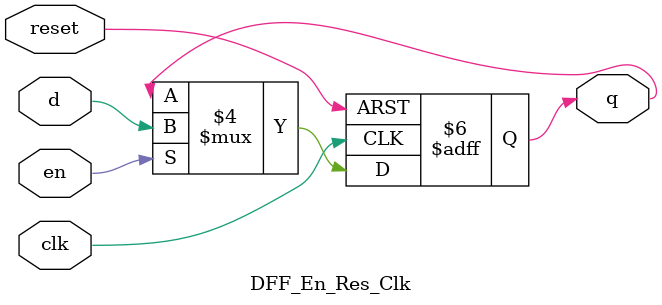
<source format=v>
`timescale 1ns / 1ps
module DFF_En_Res_Clk(q,clk, d, reset, en  );
input clk, d, reset, en;
output reg q;
always@(posedge clk, posedge reset)
begin
    if (reset)
       q <=1'b0;
    else if( en==0)
        q<=q; 
    else
        q<=d;    
  end 
endmodule

</source>
